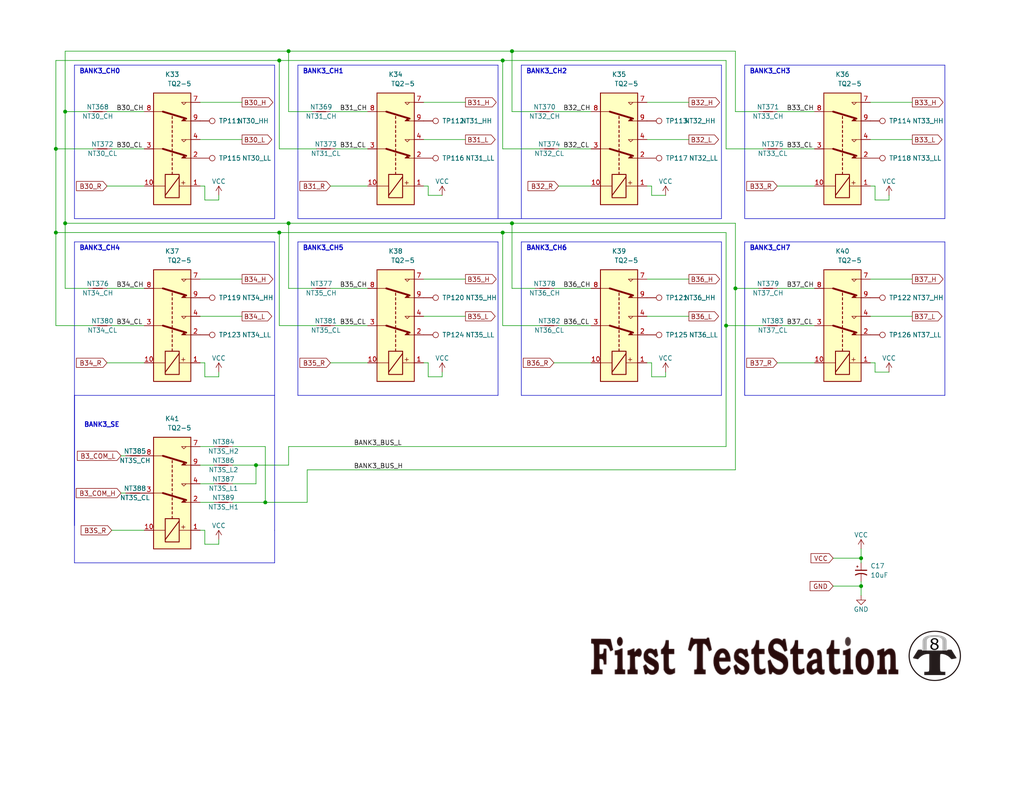
<source format=kicad_sch>
(kicad_sch (version 20230121) (generator eeschema)
  (paper "A")
  (title_block (title "Interconnect IO Board  640-1000-011") (date "2024-10-12") (rev "1.1"))
  (lib_symbols
    (symbol "Library:C_Polarized_Small_US" (pin_numbers hide) (pin_names (offset 0.254) hide)
      (property "Reference" "C" (at 0.254 1.778 0))
      (property "Value" "C_Polarized_Small_US" (at 0.254 -2.032 0))
      (symbol "C_Polarized_Small_US_0_1"
        (polyline (pts (xy -1.524 0.508) (xy 1.524 0.508)) (stroke (width 0.3048)))
        (polyline (pts (xy -1.27 1.524) (xy -0.762 1.524)))
        (polyline (pts (xy -1.016 1.27) (xy -1.016 1.778)))
        (arc (start 1.524 -0.762) (mid 0 -0.3734) (end -1.524 -0.762) (stroke (width 0.3048)))
      )
      (symbol "C_Polarized_Small_US_1_1"
        (pin passive line (at 0 2.54 270) (length 2.032) (name "~") (number "1"))
        (pin passive line (at 0 -2.54 90) (length 2.032) (name "~") (number "2"))
      )
    )
    (symbol "Library:NetTie_2" (pin_numbers hide) (pin_names (offset 0) hide)
      (property "Reference" "NT" (at 0 1.27 0))
      (property "Value" "NetTie_2" (at 0 -1.27 0))
      (symbol "NetTie_2_0_1"
        (polyline (pts (xy -1.27 0) (xy 1.27 0)) (stroke (width 0.254)))
      )
      (symbol "NetTie_2_1_1"
        (pin passive line (at -2.54 0 0) (length 2.54) (name "1") (number "1"))
        (pin passive line (at 2.54 0 180) (length 2.54) (name "2") (number "2"))
      )
    )
    (symbol "Library:TQ2-5"
      (property "Reference" "K?" (at 17.78 1.2701 0))
      (property "Value" "TQ2-5" (at 17.78 -1.2699 0))
      (symbol "TQ2-5_0_0"
        (text "+" (at -9.271 2.921 0) (effects (font (size 1.27 1.27))))
      )
      (symbol "TQ2-5_0_1"
        (rectangle (start -15.24 5.08) (end 15.24 -5.08) (stroke (width 0.254)) (fill (type background)))
        (rectangle (start -13.335 1.905) (end -6.985 -1.905) (stroke (width 0.254)))
        (polyline (pts (xy -12.7 -1.905) (xy -7.62 1.905)) (stroke (width 0.254)))
        (polyline (pts (xy -10.16 -5.08) (xy -10.16 -1.905)))
        (polyline (pts (xy -10.16 5.08) (xy -10.16 1.905)))
        (polyline (pts (xy -6.985 0) (xy -6.35 0)) (stroke (width 0.254)))
        (polyline (pts (xy -5.715 0) (xy -5.08 0)) (stroke (width 0.254)))
        (polyline (pts (xy -4.445 0) (xy -3.81 0)) (stroke (width 0.254)))
        (polyline (pts (xy -3.175 0) (xy -2.54 0)) (stroke (width 0.254)))
        (polyline (pts (xy -1.905 0) (xy -1.27 0)) (stroke (width 0.254)))
        (polyline (pts (xy -0.635 0) (xy 0 0)) (stroke (width 0.254)))
        (polyline (pts (xy 0 -2.54) (xy -1.905 3.81)) (stroke (width 0.508)))
        (polyline (pts (xy 0 -2.54) (xy 0 -5.08)))
        (polyline (pts (xy 0.635 0) (xy 1.27 0)) (stroke (width 0.254)))
        (polyline (pts (xy 1.905 0) (xy 2.54 0)) (stroke (width 0.254)))
        (polyline (pts (xy 3.175 0) (xy 3.81 0)) (stroke (width 0.254)))
        (polyline (pts (xy 4.445 0) (xy 5.08 0)) (stroke (width 0.254)))
        (polyline (pts (xy 5.715 0) (xy 6.35 0)) (stroke (width 0.254)))
        (polyline (pts (xy 6.985 0) (xy 7.62 0)) (stroke (width 0.254)))
        (polyline (pts (xy 8.255 0) (xy 8.89 0)) (stroke (width 0.254)))
        (polyline (pts (xy 10.16 -2.54) (xy 8.255 3.81)) (stroke (width 0.508)))
        (polyline (pts (xy 10.16 -2.54) (xy 10.16 -5.08)))
        (polyline (pts (xy -2.54 5.08) (xy -2.54 2.54) (xy -1.905 3.175) (xy -2.54 3.81)) (fill (type outline)))
        (polyline (pts (xy 2.54 5.08) (xy 2.54 2.54) (xy 1.905 3.175) (xy 2.54 3.81)))
        (polyline (pts (xy 7.62 5.08) (xy 7.62 2.54) (xy 8.255 3.175) (xy 7.62 3.81)) (fill (type outline)))
        (polyline (pts (xy 12.7 5.08) (xy 12.7 2.54) (xy 12.065 3.175) (xy 12.7 3.81)))
      )
      (symbol "TQ2-5_1_1"
        (pin passive line (at -10.16 7.62 270) (length 2.54) (name "~") (number "1"))
        (pin passive line (at -10.16 -7.62 90) (length 2.54) (name "~") (number "10"))
        (pin passive line (at -2.54 7.62 270) (length 2.54) (name "~") (number "2"))
        (pin passive line (at 0 -7.62 90) (length 2.54) (name "~") (number "3"))
        (pin passive line (at 2.54 7.62 270) (length 2.54) (name "~") (number "4"))
        (pin passive line (at 12.7 7.62 270) (length 2.54) (name "~") (number "7"))
        (pin passive line (at 10.16 -7.62 90) (length 2.54) (name "~") (number "8"))
        (pin passive line (at 7.62 7.62 270) (length 2.54) (name "~") (number "9"))
      )
    )
    (symbol "Library:TestPoint" (pin_numbers hide) (pin_names (offset 0.762) hide)
      (property "Reference" "TP" (at 0 6.858 0))
      (property "Value" "TestPoint" (at 0 5.08 0))
      (symbol "TestPoint_0_1"
        (circle (center 0 3.302) (radius 0.762))
      )
      (symbol "TestPoint_1_1"
        (pin passive line (at 0 0 90) (length 2.54) (name "1") (number "1"))
      )
    )
    (symbol "power:GND" (power) (pin_names (offset 0))
      (property "Value" "GND" (at 0 -3.81 0))
      (symbol "GND_0_1"
        (polyline (pts (xy 0 0) (xy 0 -1.27) (xy 1.27 -1.27) (xy 0 -2.54) (xy -1.27 -1.27) (xy 0 -1.27)))
      )
      (symbol "GND_1_1"
        (pin power_in line (at 0 0 270) (length 0) hide (name "GND") (number "1"))
      )
    )
    (symbol "power:VCC" (power) (pin_names (offset 0))
      (property "Value" "VCC" (at 0 3.81 0))
      (symbol "VCC_0_1"
        (polyline (pts (xy -0.762 1.27) (xy 0 2.54)))
        (polyline (pts (xy 0 0) (xy 0 2.54)))
        (polyline (pts (xy 0 2.54) (xy 0.762 1.27)))
      )
      (symbol "VCC_1_1"
        (pin power_in line (at 0 0 90) (length 0) hide (name "VCC") (number "1"))
      )
    )
  )
  (junction (at 17.78 30.48))
  (junction (at 200.66 78.74))
  (junction (at 137.16 63.5))
  (junction (at 78.74 13.97))
  (junction (at 139.7 60.96))
  (junction (at 234.95 152.4))
  (junction (at 139.7 13.97))
  (junction (at 76.2 63.5))
  (junction (at 76.2 16.51))
  (junction (at 78.74 60.96))
  (junction (at 17.78 60.96))
  (junction (at 69.85 127))
  (junction (at 137.16 16.51))
  (junction (at 198.12 88.9))
  (junction (at 15.24 40.64))
  (junction (at 15.24 63.5))
  (junction (at 72.39 137.16))
  (junction (at 234.95 160.02))
  (wire (pts (xy 137.16 63.5) (xy 198.12 63.5)))
  (wire (pts (xy 30.48 144.78) (xy 39.37 144.78)))
  (polyline (pts (xy 196.85 17.78) (xy 142.24 17.78)))
  (wire (pts (xy 177.8 99.06) (xy 177.8 102.87)))
  (wire (pts (xy 212.09 78.74) (xy 222.25 78.74)))
  (wire (pts (xy 238.76 50.8) (xy 238.76 54.61)))
  (wire (pts (xy 17.78 78.74) (xy 17.78 60.96)))
  (wire (pts (xy 78.74 121.92) (xy 198.12 121.92)))
  (wire (pts (xy 212.09 30.48) (xy 222.25 30.48)))
  (polyline (pts (xy 196.85 59.69) (xy 196.85 17.78)))
  (wire (pts (xy 55.88 144.78) (xy 55.88 148.59)))
  (wire (pts (xy 198.12 88.9) (xy 208.28 88.9)))
  (wire (pts (xy 91.44 40.64) (xy 100.33 40.64)))
  (wire (pts (xy 55.88 50.8) (xy 55.88 54.61)))
  (wire (pts (xy 120.65 101.6) (xy 120.65 102.87)))
  (wire (pts (xy 15.24 40.64) (xy 25.4 40.64)))
  (polyline (pts (xy 20.32 107.95) (xy 20.32 153.67)))
  (wire (pts (xy 115.57 76.2) (xy 127 76.2)))
  (wire (pts (xy 76.2 16.51) (xy 137.16 16.51)))
  (wire (pts (xy 15.24 63.5) (xy 76.2 63.5)))
  (wire (pts (xy 63.5 127) (xy 69.85 127)))
  (polyline (pts (xy 20.32 107.95) (xy 20.32 143.51)))
  (wire (pts (xy 29.21 99.06) (xy 39.37 99.06)))
  (wire (pts (xy 176.53 76.2) (xy 187.96 76.2)))
  (polyline (pts (xy 74.93 144.78) (xy 74.93 66.04)))
  (wire (pts (xy 238.76 99.06) (xy 237.49 99.06)))
  (wire (pts (xy 115.57 86.36) (xy 127 86.36)))
  (polyline (pts (xy 257.81 107.95) (xy 257.81 66.04)))
  (wire (pts (xy 151.13 99.06) (xy 161.29 99.06)))
  (wire (pts (xy 151.13 78.74) (xy 161.29 78.74)))
  (polyline (pts (xy 203.2 59.69) (xy 257.81 59.69)))
  (wire (pts (xy 55.88 99.06) (xy 55.88 102.87)))
  (polyline (pts (xy 74.93 153.67) (xy 74.93 144.78)))
  (polyline (pts (xy 74.93 17.78) (xy 20.32 17.78)))
  (wire (pts (xy 29.21 30.48) (xy 39.37 30.48)))
  (wire (pts (xy 115.57 38.1) (xy 127 38.1)))
  (wire (pts (xy 55.88 99.06) (xy 54.61 99.06)))
  (polyline (pts (xy 142.24 17.78) (xy 142.24 59.69)))
  (wire (pts (xy 85.09 30.48) (xy 78.74 30.48)))
  (wire (pts (xy 55.88 50.8) (xy 54.61 50.8)))
  (wire (pts (xy 152.4 88.9) (xy 161.29 88.9)))
  (wire (pts (xy 212.09 99.06) (xy 222.25 99.06)))
  (wire (pts (xy 200.66 78.74) (xy 200.66 128.27)))
  (wire (pts (xy 59.69 101.6) (xy 59.69 102.87)))
  (wire (pts (xy 54.61 127) (xy 58.42 127)))
  (wire (pts (xy 139.7 30.48) (xy 139.7 13.97)))
  (wire (pts (xy 54.61 86.36) (xy 66.04 86.36)))
  (wire (pts (xy 120.65 102.87) (xy 116.84 102.87)))
  (wire (pts (xy 54.61 27.94) (xy 66.04 27.94)))
  (polyline (pts (xy 135.89 59.69) (xy 135.89 17.78)))
  (polyline (pts (xy 196.85 66.04) (xy 142.24 66.04)))
  (polyline (pts (xy 203.2 66.04) (xy 203.2 107.95)))
  (wire (pts (xy 15.24 88.9) (xy 25.4 88.9)))
  (wire (pts (xy 198.12 121.92) (xy 198.12 88.9)))
  (wire (pts (xy 17.78 13.97) (xy 17.78 30.48)))
  (wire (pts (xy 237.49 27.94) (xy 248.92 27.94)))
  (wire (pts (xy 33.02 124.46) (xy 34.29 124.46)))
  (wire (pts (xy 54.61 38.1) (xy 66.04 38.1)))
  (wire (pts (xy 33.02 134.62) (xy 34.29 134.62)))
  (wire (pts (xy 227.33 160.02) (xy 234.95 160.02)))
  (polyline (pts (xy 135.89 66.04) (xy 81.28 66.04)))
  (wire (pts (xy 234.95 160.02) (xy 234.95 158.75)))
  (wire (pts (xy 54.61 121.92) (xy 58.42 121.92)))
  (wire (pts (xy 237.49 38.1) (xy 248.92 38.1)))
  (wire (pts (xy 181.61 53.34) (xy 177.8 53.34)))
  (wire (pts (xy 54.61 132.08) (xy 58.42 132.08)))
  (wire (pts (xy 116.84 99.06) (xy 116.84 102.87)))
  (wire (pts (xy 59.69 147.32) (xy 59.69 148.59)))
  (wire (pts (xy 237.49 86.36) (xy 248.92 86.36)))
  (wire (pts (xy 200.66 60.96) (xy 139.7 60.96)))
  (wire (pts (xy 91.44 88.9) (xy 100.33 88.9)))
  (wire (pts (xy 76.2 40.64) (xy 76.2 16.51)))
  (wire (pts (xy 63.5 121.92) (xy 72.39 121.92)))
  (polyline (pts (xy 142.24 59.69) (xy 196.85 59.69)))
  (polyline (pts (xy 196.85 107.95) (xy 196.85 66.04)))
  (polyline (pts (xy 74.93 59.69) (xy 74.93 17.78)))
  (wire (pts (xy 137.16 63.5) (xy 137.16 88.9)))
  (wire (pts (xy 176.53 27.94) (xy 187.96 27.94)))
  (wire (pts (xy 17.78 30.48) (xy 24.13 30.48)))
  (wire (pts (xy 242.57 54.61) (xy 238.76 54.61)))
  (wire (pts (xy 83.82 137.16) (xy 72.39 137.16)))
  (wire (pts (xy 212.09 50.8) (xy 222.25 50.8)))
  (wire (pts (xy 69.85 127) (xy 78.74 127)))
  (wire (pts (xy 139.7 60.96) (xy 139.7 78.74)))
  (wire (pts (xy 200.66 128.27) (xy 83.82 128.27)))
  (polyline (pts (xy 257.81 17.78) (xy 203.2 17.78)))
  (wire (pts (xy 137.16 16.51) (xy 137.16 40.64)))
  (wire (pts (xy 200.66 30.48) (xy 200.66 13.97)))
  (wire (pts (xy 54.61 137.16) (xy 58.42 137.16)))
  (wire (pts (xy 90.17 99.06) (xy 100.33 99.06)))
  (wire (pts (xy 15.24 63.5) (xy 15.24 40.64)))
  (polyline (pts (xy 203.2 66.04) (xy 203.2 107.95)))
  (wire (pts (xy 115.57 27.94) (xy 127 27.94)))
  (polyline (pts (xy 81.28 59.69) (xy 135.89 59.69)))
  (wire (pts (xy 116.84 50.8) (xy 115.57 50.8)))
  (polyline (pts (xy 142.24 107.95) (xy 196.85 107.95)))
  (wire (pts (xy 213.36 40.64) (xy 222.25 40.64)))
  (wire (pts (xy 176.53 38.1) (xy 187.96 38.1)))
  (polyline (pts (xy 203.2 107.95) (xy 257.81 107.95)))
  (wire (pts (xy 17.78 60.96) (xy 17.78 30.48)))
  (wire (pts (xy 181.61 101.6) (xy 181.61 102.87)))
  (wire (pts (xy 55.88 144.78) (xy 54.61 144.78)))
  (wire (pts (xy 116.84 99.06) (xy 115.57 99.06)))
  (wire (pts (xy 139.7 13.97) (xy 78.74 13.97)))
  (polyline (pts (xy 81.28 107.95) (xy 81.28 66.04)))
  (wire (pts (xy 177.8 50.8) (xy 176.53 50.8)))
  (wire (pts (xy 76.2 88.9) (xy 86.36 88.9)))
  (wire (pts (xy 24.13 78.74) (xy 17.78 78.74)))
  (wire (pts (xy 15.24 16.51) (xy 76.2 16.51)))
  (wire (pts (xy 63.5 132.08) (xy 69.85 132.08)))
  (wire (pts (xy 69.85 132.08) (xy 69.85 127)))
  (wire (pts (xy 237.49 76.2) (xy 248.92 76.2)))
  (wire (pts (xy 30.48 40.64) (xy 39.37 40.64)))
  (polyline (pts (xy 20.32 153.67) (xy 74.93 153.67)))
  (wire (pts (xy 198.12 40.64) (xy 198.12 16.51)))
  (wire (pts (xy 17.78 60.96) (xy 78.74 60.96)))
  (wire (pts (xy 29.21 78.74) (xy 39.37 78.74)))
  (wire (pts (xy 15.24 40.64) (xy 15.24 16.51)))
  (wire (pts (xy 29.21 50.8) (xy 39.37 50.8)))
  (wire (pts (xy 207.01 78.74) (xy 200.66 78.74)))
  (wire (pts (xy 78.74 60.96) (xy 139.7 60.96)))
  (wire (pts (xy 76.2 63.5) (xy 76.2 88.9)))
  (wire (pts (xy 72.39 137.16) (xy 63.5 137.16)))
  (wire (pts (xy 238.76 50.8) (xy 237.49 50.8)))
  (wire (pts (xy 76.2 40.64) (xy 86.36 40.64)))
  (wire (pts (xy 59.69 53.34) (xy 59.69 54.61)))
  (polyline (pts (xy 74.93 107.95) (xy 20.32 107.95)))
  (wire (pts (xy 116.84 50.8) (xy 116.84 53.34)))
  (wire (pts (xy 177.8 50.8) (xy 177.8 53.34)))
  (wire (pts (xy 181.61 102.87) (xy 177.8 102.87)))
  (wire (pts (xy 152.4 40.64) (xy 161.29 40.64)))
  (wire (pts (xy 198.12 16.51) (xy 137.16 16.51)))
  (wire (pts (xy 59.69 148.59) (xy 55.88 148.59)))
  (wire (pts (xy 234.95 149.86) (xy 234.95 152.4)))
  (wire (pts (xy 78.74 78.74) (xy 85.09 78.74)))
  (polyline (pts (xy 20.32 66.04) (xy 20.32 107.95)))
  (wire (pts (xy 227.33 152.4) (xy 234.95 152.4)))
  (wire (pts (xy 78.74 13.97) (xy 17.78 13.97)))
  (wire (pts (xy 198.12 63.5) (xy 198.12 88.9)))
  (wire (pts (xy 30.48 88.9) (xy 39.37 88.9)))
  (wire (pts (xy 176.53 86.36) (xy 187.96 86.36)))
  (wire (pts (xy 90.17 50.8) (xy 100.33 50.8)))
  (polyline (pts (xy 81.28 107.95) (xy 135.89 107.95)))
  (wire (pts (xy 76.2 63.5) (xy 137.16 63.5)))
  (wire (pts (xy 152.4 50.8) (xy 161.29 50.8)))
  (wire (pts (xy 90.17 78.74) (xy 100.33 78.74)))
  (polyline (pts (xy 20.32 59.69) (xy 74.93 59.69)))
  (wire (pts (xy 242.57 53.34) (xy 242.57 54.61)))
  (wire (pts (xy 78.74 30.48) (xy 78.74 13.97)))
  (wire (pts (xy 234.95 160.02) (xy 234.95 162.56)))
  (wire (pts (xy 78.74 60.96) (xy 78.74 78.74)))
  (wire (pts (xy 177.8 99.06) (xy 176.53 99.06)))
  (polyline (pts (xy 257.81 59.69) (xy 257.81 17.78)))
  (polyline (pts (xy 135.89 17.78) (xy 81.28 17.78)))
  (polyline (pts (xy 203.2 17.78) (xy 203.2 59.69)))
  (polyline (pts (xy 81.28 17.78) (xy 81.28 59.69)))
  (wire (pts (xy 90.17 30.48) (xy 100.33 30.48)))
  (wire (pts (xy 200.66 13.97) (xy 139.7 13.97)))
  (wire (pts (xy 59.69 54.61) (xy 55.88 54.61)))
  (wire (pts (xy 72.39 121.92) (xy 72.39 137.16)))
  (polyline (pts (xy 142.24 107.95) (xy 142.24 66.04)))
  (polyline (pts (xy 135.89 107.95) (xy 135.89 66.04)))
  (polyline (pts (xy 257.81 66.04) (xy 203.2 66.04)))
  (polyline (pts (xy 135.89 59.69) (xy 142.24 59.69)))
  (wire (pts (xy 200.66 78.74) (xy 200.66 60.96)))
  (wire (pts (xy 83.82 128.27) (xy 83.82 137.16)))
  (wire (pts (xy 234.95 152.4) (xy 234.95 153.67)))
  (wire (pts (xy 242.57 101.6) (xy 238.76 101.6)))
  (wire (pts (xy 198.12 40.64) (xy 208.28 40.64)))
  (wire (pts (xy 137.16 88.9) (xy 147.32 88.9)))
  (wire (pts (xy 146.05 30.48) (xy 139.7 30.48)))
  (wire (pts (xy 120.65 53.34) (xy 116.84 53.34)))
  (wire (pts (xy 151.13 30.48) (xy 161.29 30.48)))
  (wire (pts (xy 78.74 121.92) (xy 78.74 127)))
  (polyline (pts (xy 74.93 66.04) (xy 20.32 66.04)))
  (wire (pts (xy 59.69 102.87) (xy 55.88 102.87)))
  (wire (pts (xy 54.61 76.2) (xy 66.04 76.2)))
  (wire (pts (xy 15.24 63.5) (xy 15.24 88.9)))
  (wire (pts (xy 238.76 99.06) (xy 238.76 101.6)))
  (wire (pts (xy 137.16 40.64) (xy 147.32 40.64)))
  (wire (pts (xy 213.36 88.9) (xy 222.25 88.9)))
  (wire (pts (xy 207.01 30.48) (xy 200.66 30.48)))
  (wire (pts (xy 139.7 78.74) (xy 146.05 78.74)))
  (polyline (pts (xy 20.32 17.78) (xy 20.32 59.69)))
  (image (at 255.27 179.07))
  (image (at 203.2 179.07) (scale 2.13772))
  (text "BANK3_SE" (at 22.86 116.84 0) (effects (font (size 1.27 1.27) (thickness 0.254) bold) (justify left bottom)))
  (text "BANK3_CH6" (at 143.51 68.58 0) (effects (font (size 1.27 1.27) (thickness 0.254) bold) (justify left bottom)))
  (text "BANK3_CH5" (at 82.55 68.58 0) (effects (font (size 1.27 1.27) (thickness 0.254) bold) (justify left bottom)))
  (text "BANK3_CH1" (at 82.55 20.32 0) (effects (font (size 1.27 1.27) (thickness 0.254) bold) (justify left bottom)))
  (text "BANK3_CH4" (at 21.59 68.58 0) (effects (font (size 1.27 1.27) (thickness 0.254) bold) (justify left bottom)))
  (text "BANK3_CH3" (at 204.47 20.32 0) (effects (font (size 1.27 1.27) (thickness 0.254) bold) (justify left bottom)))
  (text "BANK3_CH7" (at 204.47 68.58 0) (effects (font (size 1.27 1.27) (thickness 0.254) bold) (justify left bottom)))
  (text "BANK3_CH0" (at 21.59 20.32 0) (effects (font (size 1.27 1.27) (thickness 0.254) bold) (justify left bottom)))
  (text "BANK3_CH2" (at 143.51 20.32 0) (effects (font (size 1.27 1.27) (thickness 0.254) bold) (justify left bottom)))
  (label "BANK3_BUS_H" (at 96.52 128.27 0))
  (label "B37_CL" (at 214.63 88.9 0))
  (label "B36_CH" (at 153.67 78.74 0))
  (label "B36_CL" (at 153.67 88.9 0))
  (label "B30_CL" (at 31.75 40.64 0))
  (label "B34_CH" (at 31.75 78.74 0))
  (label "B35_CL" (at 92.71 88.9 0))
  (label "BANK3_BUS_L" (at 96.52 121.92 0))
  (label "B33_CL" (at 214.63 40.64 0))
  (label "B30_CH" (at 31.75 30.48 0))
  (label "B34_CL" (at 31.75 88.9 0))
  (label "B31_CH" (at 92.71 30.48 0))
  (label "B35_CH" (at 92.71 78.74 0))
  (label "B32_CL" (at 153.67 40.64 0))
  (label "B31_CL" (at 92.71 40.64 0))
  (label "B32_CH" (at 153.67 30.48 0))
  (label "B37_CH" (at 214.63 78.74 0))
  (label "B33_CH" (at 214.63 30.48 0))
  (global_label "B3_COM_L" (shape input) (at 33.02 124.46 180) (property "Intersheetrefs" "${INTERSHEET_REFS}" (effects hide)))
  (global_label "B35_H" (shape output) (at 127 76.2 0) (property "Intersheetrefs" "${INTERSHEET_REFS}" (effects hide)))
  (global_label "B32_L" (shape output) (at 187.96 38.1 0) (property "Intersheetrefs" "${INTERSHEET_REFS}" (effects hide)))
  (global_label "B3_COM_H" (shape input) (at 33.02 134.62 180) (property "Intersheetrefs" "${INTERSHEET_REFS}" (effects hide)))
  (global_label "B35_L" (shape output) (at 127 86.36 0) (property "Intersheetrefs" "${INTERSHEET_REFS}" (effects hide)))
  (global_label "B36_H" (shape output) (at 187.96 76.2 0) (property "Intersheetrefs" "${INTERSHEET_REFS}" (effects hide)))
  (global_label "B36_L" (shape output) (at 187.96 86.36 0) (property "Intersheetrefs" "${INTERSHEET_REFS}" (effects hide)))
  (global_label "B30_H" (shape output) (at 66.04 27.94 0) (property "Intersheetrefs" "${INTERSHEET_REFS}" (effects hide)))
  (global_label "B37_H" (shape output) (at 248.92 76.2 0) (property "Intersheetrefs" "${INTERSHEET_REFS}" (effects hide)))
  (global_label "B32_H" (shape output) (at 187.96 27.94 0) (property "Intersheetrefs" "${INTERSHEET_REFS}" (effects hide)))
  (global_label "B36_R" (shape input) (at 151.13 99.06 180) (property "Intersheetrefs" "${INTERSHEET_REFS}" (effects hide)))
  (global_label "VCC" (shape input) (at 227.33 152.4 180) (property "Intersheetrefs" "${INTERSHEET_REFS}" (effects hide)))
  (global_label "B37_L" (shape output) (at 248.92 86.36 0) (property "Intersheetrefs" "${INTERSHEET_REFS}" (effects hide)))
  (global_label "B34_H" (shape output) (at 66.04 76.2 0) (property "Intersheetrefs" "${INTERSHEET_REFS}" (effects hide)))
  (global_label "B33_L" (shape output) (at 248.92 38.1 0) (property "Intersheetrefs" "${INTERSHEET_REFS}" (effects hide)))
  (global_label "B34_R" (shape input) (at 29.21 99.06 180) (property "Intersheetrefs" "${INTERSHEET_REFS}" (effects hide)))
  (global_label "B34_L" (shape output) (at 66.04 86.36 0) (property "Intersheetrefs" "${INTERSHEET_REFS}" (effects hide)))
  (global_label "B31_R" (shape input) (at 90.17 50.8 180) (property "Intersheetrefs" "${INTERSHEET_REFS}" (effects hide)))
  (global_label "B33_R" (shape input) (at 212.09 50.8 180) (property "Intersheetrefs" "${INTERSHEET_REFS}" (effects hide)))
  (global_label "B37_R" (shape input) (at 212.09 99.06 180) (property "Intersheetrefs" "${INTERSHEET_REFS}" (effects hide)))
  (global_label "B32_R" (shape input) (at 152.4 50.8 180) (property "Intersheetrefs" "${INTERSHEET_REFS}" (effects hide)))
  (global_label "B31_H" (shape output) (at 127 27.94 0) (property "Intersheetrefs" "${INTERSHEET_REFS}" (effects hide)))
  (global_label "B3S_R" (shape input) (at 30.48 144.78 180) (property "Intersheetrefs" "${INTERSHEET_REFS}" (effects hide)))
  (global_label "GND" (shape input) (at 227.33 160.02 180) (property "Intersheetrefs" "${INTERSHEET_REFS}" (effects hide)))
  (global_label "B30_R" (shape input) (at 29.21 50.8 180) (property "Intersheetrefs" "${INTERSHEET_REFS}" (effects hide)))
  (global_label "B31_L" (shape output) (at 127 38.1 0) (property "Intersheetrefs" "${INTERSHEET_REFS}" (effects hide)))
  (global_label "B30_L" (shape output) (at 66.04 38.1 0) (property "Intersheetrefs" "${INTERSHEET_REFS}" (effects hide)))
  (global_label "B33_H" (shape output) (at 248.92 27.94 0) (property "Intersheetrefs" "${INTERSHEET_REFS}" (effects hide)))
  (global_label "B35_R" (shape input) (at 90.17 99.06 180) (property "Intersheetrefs" "${INTERSHEET_REFS}" (effects hide)))
  (symbol (lib_id "Library:NetTie_2") (at 60.96 132.08 0) (unit 1)
    (property "Reference" "NT387" (at 60.96 130.81 0))
    (property "Value" "NT3S_L1" (at 60.96 133.35 0))
    (property "Footprint" "NetTie:NetTie-2_Front1.0mm" (effects hide))
  )
  (symbol (lib_id "Library:TQ2-5") (at 107.95 40.64 270) (mirror x) (unit 1)
    (property "Reference" "K34" (at 107.95 20.32 90))
    (property "Value" "TQ2-5" (at 106.6801 22.86 90) (effects (justify left)))
    (property "Footprint" "Relay_THT:Relay_DPDT_FRT5" (effects hide))
    (property "Datasheet" "http://omronfs.omron.com/en_US/ecb/products/pdf/en-tq2.pdf" (effects hide))
  )
  (symbol (lib_id "Library:TestPoint") (at 237.49 91.44 270) (unit 1)
    (property "Reference" "TP126" (at 242.57 91.44 90) (effects (justify left)))
    (property "Value" "NT37_LL" (at 248.92 91.44 90) (effects (justify left)))
    (property "Footprint" "TestPoint:TestPoint_THTPad_D1.5mm_Drill0.7mm" (effects hide))
  )
  (symbol (lib_id "power:VCC") (at 242.57 53.34 0) (unit 1)
    (property "Reference" "#PWR068" (effects hide))
    (property "Value" "VCC" (at 242.57 49.53 0))
  )
  (symbol (lib_id "Library:NetTie_2") (at 88.9 88.9 0) (unit 1)
    (property "Reference" "NT381" (at 88.9 87.63 0))
    (property "Value" "NT35_CL" (at 88.9 90.17 0))
    (property "Footprint" "NetTie:NetTie-2_Front1.0mm" (effects hide))
  )
  (symbol (lib_id "Library:NetTie_2") (at 36.83 134.62 0) (unit 1)
    (property "Reference" "NT388" (at 36.83 133.35 0))
    (property "Value" "NT3S_CL" (at 36.83 135.89 0))
    (property "Footprint" "NetTie:NetTie-2_Front1.0mm" (effects hide))
  )
  (symbol (lib_id "Library:NetTie_2") (at 148.59 78.74 0) (unit 1)
    (property "Reference" "NT378" (at 148.59 77.47 0))
    (property "Value" "NT36_CH" (at 148.59 80.01 0))
    (property "Footprint" "NetTie:NetTie-2_Front1.0mm" (effects hide))
  )
  (symbol (lib_id "Library:C_Polarized_Small_US") (at 234.95 156.21 0) (unit 1)
    (property "Reference" "C17" (at 237.49 154.5081 0) (effects (justify left)))
    (property "Value" "10uF" (at 237.49 157.0481 0) (effects (justify left)))
    (property "Footprint" "Capacitor_THT:CP_Radial_D4.0mm_P2.00mm" (effects hide))
  )
  (symbol (lib_id "power:VCC") (at 181.61 53.34 0) (unit 1)
    (property "Reference" "#PWR067" (effects hide))
    (property "Value" "VCC" (at 181.61 49.53 0))
  )
  (symbol (lib_id "Library:NetTie_2") (at 87.63 78.74 0) (unit 1)
    (property "Reference" "NT377" (at 87.63 77.47 0))
    (property "Value" "NT35_CH" (at 87.63 80.01 0))
    (property "Footprint" "NetTie:NetTie-2_Front1.0mm" (effects hide))
  )
  (symbol (lib_id "Library:NetTie_2") (at 209.55 78.74 0) (unit 1)
    (property "Reference" "NT379" (at 209.55 77.47 0))
    (property "Value" "NT37_CH" (at 209.55 80.01 0))
    (property "Footprint" "NetTie:NetTie-2_Front1.0mm" (effects hide))
  )
  (symbol (lib_id "Library:TestPoint") (at 176.53 81.28 270) (unit 1)
    (property "Reference" "TP121" (at 181.61 81.28 90) (effects (justify left)))
    (property "Value" "NT36_HH" (at 186.69 81.28 90) (effects (justify left)))
    (property "Footprint" "TestPoint:TestPoint_THTPad_D1.5mm_Drill0.7mm" (effects hide))
  )
  (symbol (lib_id "power:VCC") (at 59.69 147.32 0) (unit 1)
    (property "Reference" "#PWR086" (effects hide))
    (property "Value" "VCC" (at 59.69 143.51 0))
  )
  (symbol (lib_id "Library:NetTie_2") (at 88.9 40.64 0) (unit 1)
    (property "Reference" "NT373" (at 88.9 39.37 0))
    (property "Value" "NT31_CL" (at 88.9 41.91 0))
    (property "Footprint" "NetTie:NetTie-2_Front1.0mm" (effects hide))
  )
  (symbol (lib_id "Library:TestPoint") (at 176.53 33.02 270) (unit 1)
    (property "Reference" "TP113" (at 181.61 33.02 90) (effects (justify left)))
    (property "Value" "NT32_HH" (at 186.69 33.02 90) (effects (justify left)))
    (property "Footprint" "TestPoint:TestPoint_THTPad_D1.5mm_Drill0.7mm" (effects hide))
  )
  (symbol (lib_id "Library:TQ2-5") (at 107.95 88.9 270) (mirror x) (unit 1)
    (property "Reference" "K38" (at 107.95 68.58 90))
    (property "Value" "TQ2-5" (at 106.6801 71.12 90) (effects (justify left)))
    (property "Footprint" "Relay_THT:Relay_DPDT_FRT5" (effects hide))
    (property "Datasheet" "http://omronfs.omron.com/en_US/ecb/products/pdf/en-tq2.pdf" (effects hide))
  )
  (symbol (lib_id "power:VCC") (at 120.65 101.6 0) (unit 1)
    (property "Reference" "#PWR070" (effects hide))
    (property "Value" "VCC" (at 120.65 97.79 0))
  )
  (symbol (lib_id "Library:TestPoint") (at 115.57 91.44 270) (unit 1)
    (property "Reference" "TP124" (at 120.65 91.44 90) (effects (justify left)))
    (property "Value" "NT35_LL" (at 127 91.44 90) (effects (justify left)))
    (property "Footprint" "TestPoint:TestPoint_THTPad_D1.5mm_Drill0.7mm" (effects hide))
  )
  (symbol (lib_id "Library:NetTie_2") (at 36.83 124.46 0) (unit 1)
    (property "Reference" "NT385" (at 36.83 123.19 0))
    (property "Value" "NT3S_CH" (at 36.83 125.73 0))
    (property "Footprint" "NetTie:NetTie-2_Front1.0mm" (effects hide))
  )
  (symbol (lib_id "power:VCC") (at 120.65 53.34 0) (unit 1)
    (property "Reference" "#PWR066" (effects hide))
    (property "Value" "VCC" (at 120.65 49.53 0))
  )
  (symbol (lib_id "Library:NetTie_2") (at 26.67 30.48 0) (unit 1)
    (property "Reference" "NT368" (at 26.67 29.21 0))
    (property "Value" "NT30_CH" (at 26.67 31.75 0))
    (property "Footprint" "NetTie:NetTie-2_Front1.0mm" (effects hide))
  )
  (symbol (lib_id "power:VCC") (at 59.69 53.34 0) (unit 1)
    (property "Reference" "#PWR065" (effects hide))
    (property "Value" "VCC" (at 59.69 49.53 0))
  )
  (symbol (lib_id "Library:NetTie_2") (at 60.96 121.92 0) (unit 1)
    (property "Reference" "NT384" (at 60.96 120.65 0))
    (property "Value" "NT3S_H2" (at 60.96 123.19 0))
    (property "Footprint" "NetTie:NetTie-2_Front1.0mm" (effects hide))
  )
  (symbol (lib_id "Library:NetTie_2") (at 148.59 30.48 0) (unit 1)
    (property "Reference" "NT370" (at 148.59 29.21 0))
    (property "Value" "NT32_CH" (at 148.59 31.75 0))
    (property "Footprint" "NetTie:NetTie-2_Front1.0mm" (effects hide))
  )
  (symbol (lib_id "power:GND") (at 234.95 162.56 0) (unit 1)
    (property "Reference" "#PWR089" (effects hide))
    (property "Value" "GND" (at 234.95 166.37 0))
  )
  (symbol (lib_id "Library:TQ2-5") (at 46.99 88.9 270) (mirror x) (unit 1)
    (property "Reference" "K37" (at 46.99 68.58 90))
    (property "Value" "TQ2-5" (at 45.7201 71.12 90) (effects (justify left)))
    (property "Footprint" "Relay_THT:Relay_DPDT_FRT5" (effects hide))
    (property "Datasheet" "http://omronfs.omron.com/en_US/ecb/products/pdf/en-tq2.pdf" (effects hide))
  )
  (symbol (lib_id "Library:NetTie_2") (at 149.86 40.64 0) (unit 1)
    (property "Reference" "NT374" (at 149.86 39.37 0))
    (property "Value" "NT32_CL" (at 149.86 41.91 0))
    (property "Footprint" "NetTie:NetTie-2_Front1.0mm" (effects hide))
  )
  (symbol (lib_id "Library:NetTie_2") (at 60.96 137.16 0) (unit 1)
    (property "Reference" "NT389" (at 60.96 135.89 0))
    (property "Value" "NT3S_H1" (at 60.96 138.43 0))
    (property "Footprint" "NetTie:NetTie-2_Front1.0mm" (effects hide))
  )
  (symbol (lib_id "Library:TestPoint") (at 115.57 81.28 270) (unit 1)
    (property "Reference" "TP120" (at 120.65 81.28 90) (effects (justify left)))
    (property "Value" "NT35_HH" (at 127 81.28 90) (effects (justify left)))
    (property "Footprint" "TestPoint:TestPoint_THTPad_D1.5mm_Drill0.7mm" (effects hide))
  )
  (symbol (lib_id "power:VCC") (at 181.61 101.6 0) (unit 1)
    (property "Reference" "#PWR071" (effects hide))
    (property "Value" "VCC" (at 181.61 97.79 0))
  )
  (symbol (lib_id "Library:TQ2-5") (at 168.91 40.64 270) (mirror x) (unit 1)
    (property "Reference" "K35" (at 168.91 20.32 90))
    (property "Value" "TQ2-5" (at 167.6401 22.86 90) (effects (justify left)))
    (property "Footprint" "Relay_THT:Relay_DPDT_FRT5" (effects hide))
    (property "Datasheet" "http://omronfs.omron.com/en_US/ecb/products/pdf/en-tq2.pdf" (effects hide))
  )
  (symbol (lib_id "Library:TestPoint") (at 54.61 33.02 270) (unit 1)
    (property "Reference" "TP111" (at 59.69 33.02 90) (effects (justify left)))
    (property "Value" "NT30_HH" (at 64.77 33.02 90) (effects (justify left)))
    (property "Footprint" "TestPoint:TestPoint_THTPad_D1.5mm_Drill0.7mm" (effects hide))
  )
  (symbol (lib_id "Library:TestPoint") (at 237.49 81.28 270) (unit 1)
    (property "Reference" "TP122" (at 242.57 81.28 90) (effects (justify left)))
    (property "Value" "NT37_HH" (at 248.92 81.28 90) (effects (justify left)))
    (property "Footprint" "TestPoint:TestPoint_THTPad_D1.5mm_Drill0.7mm" (effects hide))
  )
  (symbol (lib_id "Library:TestPoint") (at 54.61 43.18 270) (unit 1)
    (property "Reference" "TP115" (at 59.69 43.18 90) (effects (justify left)))
    (property "Value" "NT30_LL" (at 66.04 43.18 90) (effects (justify left)))
    (property "Footprint" "TestPoint:TestPoint_THTPad_D1.5mm_Drill0.7mm" (effects hide))
  )
  (symbol (lib_id "Library:TQ2-5") (at 46.99 134.62 270) (mirror x) (unit 1)
    (property "Reference" "K41" (at 46.99 114.3 90))
    (property "Value" "TQ2-5" (at 45.7201 116.84 90) (effects (justify left)))
    (property "Footprint" "Relay_THT:Relay_DPDT_FRT5" (effects hide))
    (property "Datasheet" "http://omronfs.omron.com/en_US/ecb/products/pdf/en-tq2.pdf" (effects hide))
  )
  (symbol (lib_id "Library:TestPoint") (at 54.61 91.44 270) (unit 1)
    (property "Reference" "TP123" (at 59.69 91.44 90) (effects (justify left)))
    (property "Value" "NT34_LL" (at 66.04 91.44 90) (effects (justify left)))
    (property "Footprint" "TestPoint:TestPoint_THTPad_D1.5mm_Drill0.7mm" (effects hide))
  )
  (symbol (lib_id "Library:NetTie_2") (at 27.94 40.64 0) (unit 1)
    (property "Reference" "NT372" (at 27.94 39.37 0))
    (property "Value" "NT30_CL" (at 27.94 41.91 0))
    (property "Footprint" "NetTie:NetTie-2_Front1.0mm" (effects hide))
  )
  (symbol (lib_id "Library:TestPoint") (at 237.49 33.02 270) (unit 1)
    (property "Reference" "TP114" (at 242.57 33.02 90) (effects (justify left)))
    (property "Value" "NT33_HH" (at 248.92 33.02 90) (effects (justify left)))
    (property "Footprint" "TestPoint:TestPoint_THTPad_D1.5mm_Drill0.7mm" (effects hide))
  )
  (symbol (lib_id "Library:NetTie_2") (at 209.55 30.48 0) (unit 1)
    (property "Reference" "NT371" (at 209.55 29.21 0))
    (property "Value" "NT33_CH" (at 209.55 31.75 0))
    (property "Footprint" "NetTie:NetTie-2_Front1.0mm" (effects hide))
  )
  (symbol (lib_id "Library:NetTie_2") (at 87.63 30.48 0) (unit 1)
    (property "Reference" "NT369" (at 87.63 29.21 0))
    (property "Value" "NT31_CH" (at 87.63 31.75 0))
    (property "Footprint" "NetTie:NetTie-2_Front1.0mm" (effects hide))
  )
  (symbol (lib_id "Library:TestPoint") (at 176.53 43.18 270) (unit 1)
    (property "Reference" "TP117" (at 181.61 43.18 90) (effects (justify left)))
    (property "Value" "NT32_LL" (at 187.96 43.18 90) (effects (justify left)))
    (property "Footprint" "TestPoint:TestPoint_THTPad_D1.5mm_Drill0.7mm" (effects hide))
  )
  (symbol (lib_id "Library:TestPoint") (at 115.57 33.02 270) (unit 1)
    (property "Reference" "TP112" (at 120.65 33.02 90) (effects (justify left)))
    (property "Value" "NT31_HH" (at 125.73 33.02 90) (effects (justify left)))
    (property "Footprint" "TestPoint:TestPoint_THTPad_D1.5mm_Drill0.7mm" (effects hide))
  )
  (symbol (lib_id "Library:NetTie_2") (at 60.96 127 0) (unit 1)
    (property "Reference" "NT386" (at 60.96 125.73 0))
    (property "Value" "NT3S_L2" (at 60.96 128.27 0))
    (property "Footprint" "NetTie:NetTie-2_Front1.0mm" (effects hide))
  )
  (symbol (lib_id "Library:NetTie_2") (at 149.86 88.9 0) (unit 1)
    (property "Reference" "NT382" (at 149.86 87.63 0))
    (property "Value" "NT36_CL" (at 149.86 90.17 0))
    (property "Footprint" "NetTie:NetTie-2_Front1.0mm" (effects hide))
  )
  (symbol (lib_id "Library:TestPoint") (at 176.53 91.44 270) (unit 1)
    (property "Reference" "TP125" (at 181.61 91.44 90) (effects (justify left)))
    (property "Value" "NT36_LL" (at 187.96 91.44 90) (effects (justify left)))
    (property "Footprint" "TestPoint:TestPoint_THTPad_D1.5mm_Drill0.7mm" (effects hide))
  )
  (symbol (lib_id "Library:TestPoint") (at 54.61 81.28 270) (unit 1)
    (property "Reference" "TP119" (at 59.69 81.28 90) (effects (justify left)))
    (property "Value" "NT34_HH" (at 66.04 81.28 90) (effects (justify left)))
    (property "Footprint" "TestPoint:TestPoint_THTPad_D1.5mm_Drill0.7mm" (effects hide))
  )
  (symbol (lib_id "Library:TQ2-5") (at 229.87 88.9 270) (mirror x) (unit 1)
    (property "Reference" "K40" (at 229.87 68.58 90))
    (property "Value" "TQ2-5" (at 228.6001 71.12 90) (effects (justify left)))
    (property "Footprint" "Relay_THT:Relay_DPDT_FRT5" (effects hide))
    (property "Datasheet" "http://omronfs.omron.com/en_US/ecb/products/pdf/en-tq2.pdf" (effects hide))
  )
  (symbol (lib_id "Library:TestPoint") (at 115.57 43.18 270) (unit 1)
    (property "Reference" "TP116" (at 120.65 43.18 90) (effects (justify left)))
    (property "Value" "NT31_LL" (at 127 43.18 90) (effects (justify left)))
    (property "Footprint" "TestPoint:TestPoint_THTPad_D1.5mm_Drill0.7mm" (effects hide))
  )
  (symbol (lib_id "Library:NetTie_2") (at 210.82 88.9 0) (unit 1)
    (property "Reference" "NT383" (at 210.82 87.63 0))
    (property "Value" "NT37_CL" (at 210.82 90.17 0))
    (property "Footprint" "NetTie:NetTie-2_Front1.0mm" (effects hide))
  )
  (symbol (lib_id "Library:TQ2-5") (at 46.99 40.64 270) (mirror x) (unit 1)
    (property "Reference" "K33" (at 46.99 20.32 90))
    (property "Value" "TQ2-5" (at 45.7201 22.86 90) (effects (justify left)))
    (property "Footprint" "Relay_THT:Relay_DPDT_FRT5" (effects hide))
    (property "Datasheet" "http://omronfs.omron.com/en_US/ecb/products/pdf/en-tq2.pdf" (effects hide))
  )
  (symbol (lib_id "Library:NetTie_2") (at 26.67 78.74 0) (unit 1)
    (property "Reference" "NT376" (at 26.67 77.47 0))
    (property "Value" "NT34_CH" (at 26.67 80.01 0))
    (property "Footprint" "NetTie:NetTie-2_Front1.0mm" (effects hide))
  )
  (symbol (lib_id "power:VCC") (at 234.95 149.86 0) (unit 1)
    (property "Reference" "#PWR088" (effects hide))
    (property "Value" "VCC" (at 234.95 146.05 0))
  )
  (symbol (lib_id "Library:NetTie_2") (at 27.94 88.9 0) (unit 1)
    (property "Reference" "NT380" (at 27.94 87.63 0))
    (property "Value" "NT34_CL" (at 27.94 90.17 0))
    (property "Footprint" "NetTie:NetTie-2_Front1.0mm" (effects hide))
  )
  (symbol (lib_id "power:VCC") (at 242.57 101.6 0) (unit 1)
    (property "Reference" "#PWR084" (effects hide))
    (property "Value" "VCC" (at 242.57 97.79 0))
  )
  (symbol (lib_id "Library:TestPoint") (at 237.49 43.18 270) (unit 1)
    (property "Reference" "TP118" (at 242.57 43.18 90) (effects (justify left)))
    (property "Value" "NT33_LL" (at 248.92 43.18 90) (effects (justify left)))
    (property "Footprint" "TestPoint:TestPoint_THTPad_D1.5mm_Drill0.7mm" (effects hide))
  )
  (symbol (lib_id "Library:NetTie_2") (at 210.82 40.64 0) (unit 1)
    (property "Reference" "NT375" (at 210.82 39.37 0))
    (property "Value" "NT33_CL" (at 210.82 41.91 0))
    (property "Footprint" "NetTie:NetTie-2_Front1.0mm" (effects hide))
  )
  (symbol (lib_id "Library:TQ2-5") (at 168.91 88.9 270) (mirror x) (unit 1)
    (property "Reference" "K39" (at 168.91 68.58 90))
    (property "Value" "TQ2-5" (at 167.6401 71.12 90) (effects (justify left)))
    (property "Footprint" "Relay_THT:Relay_DPDT_FRT5" (effects hide))
    (property "Datasheet" "http://omronfs.omron.com/en_US/ecb/products/pdf/en-tq2.pdf" (effects hide))
  )
  (symbol (lib_id "Library:TQ2-5") (at 229.87 40.64 270) (mirror x) (unit 1)
    (property "Reference" "K36" (at 229.87 20.32 90))
    (property "Value" "TQ2-5" (at 228.6001 22.86 90) (effects (justify left)))
    (property "Footprint" "Relay_THT:Relay_DPDT_FRT5" (effects hide))
    (property "Datasheet" "http://omronfs.omron.com/en_US/ecb/products/pdf/en-tq2.pdf" (effects hide))
  )
  (symbol (lib_id "power:VCC") (at 59.69 101.6 0) (unit 1)
    (property "Reference" "#PWR069" (effects hide))
    (property "Value" "VCC" (at 59.69 97.79 0))
  )
)
</source>
